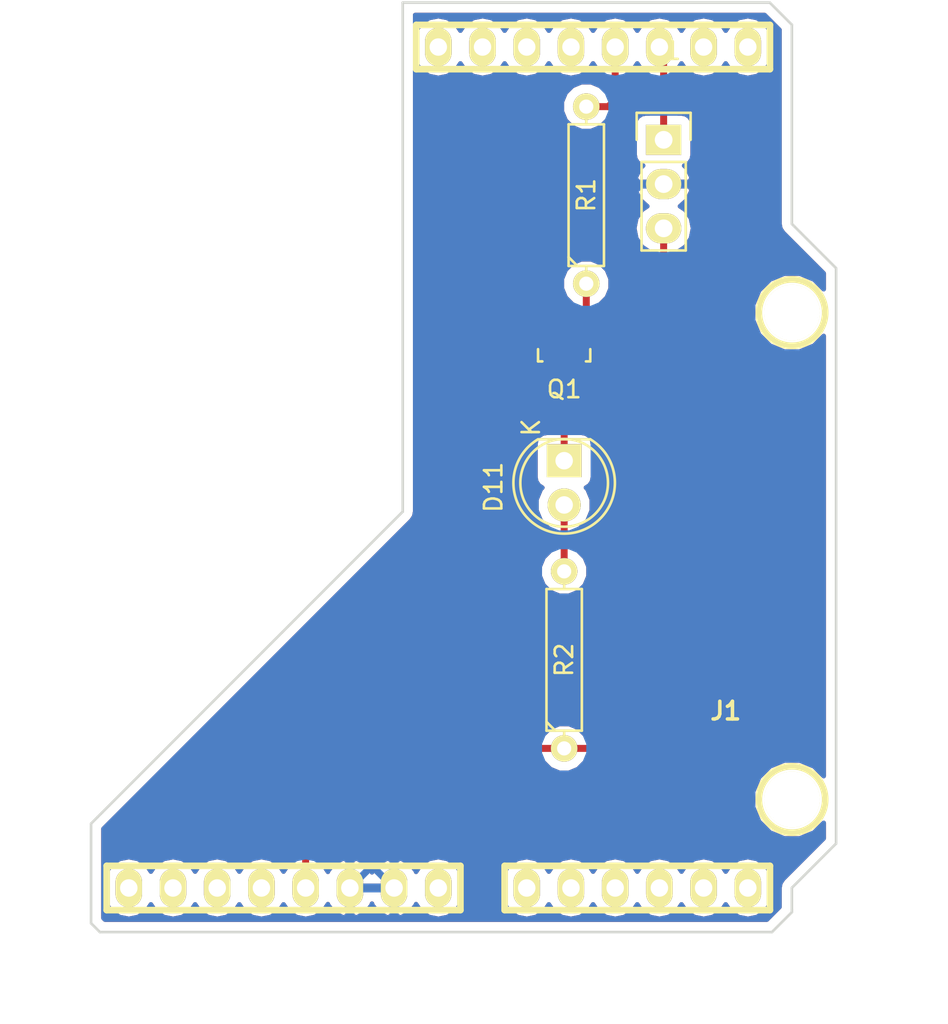
<source format=kicad_pcb>
(kicad_pcb (version 4) (host pcbnew 4.0.2-stable)

  (general
    (links 10)
    (no_connects 0)
    (area 187.452 92.380999 245.744 153.068001)
    (thickness 1.6)
    (drawings 19)
    (tracks 30)
    (zones 0)
    (modules 6)
    (nets 8)
  )

  (page A4)
  (layers
    (0 F.Cu signal)
    (31 B.Cu signal)
    (32 B.Adhes user)
    (33 F.Adhes user)
    (34 B.Paste user)
    (35 F.Paste user)
    (36 B.SilkS user)
    (37 F.SilkS user)
    (38 B.Mask user)
    (39 F.Mask user)
    (40 Dwgs.User user)
    (41 Cmts.User user)
    (42 Eco1.User user)
    (43 Eco2.User user)
    (44 Edge.Cuts user)
    (45 Margin user)
    (46 B.CrtYd user)
    (47 F.CrtYd user)
    (48 B.Fab user)
    (49 F.Fab user)
  )

  (setup
    (last_trace_width 0.4)
    (trace_clearance 0.13)
    (zone_clearance 0.508)
    (zone_45_only no)
    (trace_min 0.1524)
    (segment_width 0.2)
    (edge_width 0.15)
    (via_size 0.6)
    (via_drill 0.4)
    (via_min_size 0.2524)
    (via_min_drill 0.1524)
    (uvia_size 0.3)
    (uvia_drill 0.2)
    (uvias_allowed no)
    (uvia_min_size 0.2524)
    (uvia_min_drill 0.1524)
    (pcb_text_width 0.3)
    (pcb_text_size 1.5 1.5)
    (mod_edge_width 0.15)
    (mod_text_size 1 1)
    (mod_text_width 0.15)
    (pad_size 1.524 1.524)
    (pad_drill 0.762)
    (pad_to_mask_clearance 0.2)
    (aux_axis_origin 0 0)
    (visible_elements FFFFFF7F)
    (pcbplotparams
      (layerselection 0x010f0_80000001)
      (usegerberextensions true)
      (excludeedgelayer true)
      (linewidth 0.100000)
      (plotframeref false)
      (viasonmask false)
      (mode 1)
      (useauxorigin false)
      (hpglpennumber 1)
      (hpglpenspeed 20)
      (hpglpendiameter 15)
      (hpglpenoverlay 2)
      (psnegative false)
      (psa4output false)
      (plotreference true)
      (plotvalue true)
      (plotinvisibletext false)
      (padsonsilk false)
      (subtractmaskfromsilk false)
      (outputformat 1)
      (mirror false)
      (drillshape 0)
      (scaleselection 1)
      (outputdirectory Gerber/))
  )

  (net 0 "")
  (net 1 "Net-(D1-Pad1)")
  (net 2 "Net-(D1-Pad2)")
  (net 3 +5V)
  (net 4 GND)
  (net 5 "Net-(J1-Pad17)")
  (net 6 /IR_Send)
  (net 7 "Net-(Q1-Pad1)")

  (net_class Default "This is the default net class."
    (clearance 0.13)
    (trace_width 0.4)
    (via_dia 0.6)
    (via_drill 0.4)
    (uvia_dia 0.3)
    (uvia_drill 0.2)
    (add_net +5V)
    (add_net /IR_Send)
    (add_net GND)
    (add_net "Net-(D1-Pad1)")
    (add_net "Net-(D1-Pad2)")
    (add_net "Net-(J1-Pad17)")
    (add_net "Net-(Q1-Pad1)")
  )

  (module w_conn_misc:arduino_header (layer F.Cu) (tedit 574F1E81) (tstamp 574F0188)
    (at 199.780501 119.135501)
    (descr "Arduino Header")
    (tags Arduino)
    (path /574EFD10)
    (fp_text reference J1 (at 29.21 13.97) (layer F.SilkS)
      (effects (font (size 1.016 1.016) (thickness 0.2032)))
    )
    (fp_text value Arduino_Header (at 30.48 11.43) (layer F.SilkS) hide
      (effects (font (size 1.016 0.889) (thickness 0.2032)))
    )
    (fp_line (start 31.75 25.4) (end 16.51 25.4) (layer F.SilkS) (width 0.381))
    (fp_line (start 16.51 22.86) (end 31.75 22.86) (layer F.SilkS) (width 0.381))
    (fp_circle (center 33.02 -8.89) (end 34.925 -8.89) (layer F.SilkS) (width 0.381))
    (fp_line (start 31.75 -25.4) (end 31.75 -22.86) (layer F.SilkS) (width 0.381))
    (fp_line (start 31.75 -22.86) (end 11.43 -22.86) (layer F.SilkS) (width 0.381))
    (fp_line (start 11.43 -22.86) (end 11.43 -25.4) (layer F.SilkS) (width 0.381))
    (fp_line (start 11.43 -25.4) (end 31.75 -25.4) (layer F.SilkS) (width 0.381))
    (fp_circle (center 33.02 19.05) (end 34.925 19.05) (layer F.SilkS) (width 0.381))
    (fp_line (start -6.35 25.4) (end 13.97 25.4) (layer F.SilkS) (width 0.381))
    (fp_line (start 13.97 22.86) (end -6.35 22.86) (layer F.SilkS) (width 0.381))
    (fp_line (start 31.75 25.4) (end 31.75 22.86) (layer F.SilkS) (width 0.381))
    (fp_line (start 16.51 22.86) (end 16.51 25.4) (layer F.SilkS) (width 0.381))
    (fp_line (start 13.97 22.86) (end 13.97 25.4) (layer F.SilkS) (width 0.381))
    (fp_line (start -6.35 25.4) (end -6.35 22.86) (layer F.SilkS) (width 0.381))
    (pad 1 thru_hole oval (at -5.08 24.13) (size 1.524 2.19964) (drill 1.00076) (layers *.Cu *.Mask F.SilkS))
    (pad 2 thru_hole oval (at -2.54 24.13) (size 1.524 2.19964) (drill 1.00076) (layers *.Cu *.Mask F.SilkS))
    (pad 3 thru_hole oval (at 0 24.13) (size 1.524 2.19964) (drill 1.00076) (layers *.Cu *.Mask F.SilkS))
    (pad 4 thru_hole oval (at 2.54 24.13) (size 1.524 2.19964) (drill 1.00076) (layers *.Cu *.Mask F.SilkS))
    (pad 5 thru_hole oval (at 5.08 24.13) (size 1.524 2.19964) (drill 1.00076) (layers *.Cu *.Mask F.SilkS)
      (net 3 +5V))
    (pad 6 thru_hole oval (at 7.62 24.13) (size 1.524 2.19964) (drill 1.00076) (layers *.Cu *.Mask F.SilkS)
      (net 4 GND))
    (pad 7 thru_hole oval (at 10.16 24.13) (size 1.524 2.19964) (drill 1.00076) (layers *.Cu *.Mask F.SilkS)
      (net 4 GND))
    (pad 8 thru_hole oval (at 12.7 24.13) (size 1.524 2.19964) (drill 1.00076) (layers *.Cu *.Mask F.SilkS))
    (pad 9 thru_hole oval (at 17.78 24.13) (size 1.524 2.19964) (drill 1.00076) (layers *.Cu *.Mask F.SilkS))
    (pad 10 thru_hole oval (at 20.32 24.13) (size 1.524 2.19964) (drill 1.00076) (layers *.Cu *.Mask F.SilkS))
    (pad 11 thru_hole oval (at 22.86 24.13) (size 1.524 2.19964) (drill 1.00076) (layers *.Cu *.Mask F.SilkS))
    (pad 12 thru_hole oval (at 25.4 24.13) (size 1.524 2.19964) (drill 1.00076) (layers *.Cu *.Mask F.SilkS))
    (pad 13 thru_hole oval (at 27.94 24.13) (size 1.524 2.19964) (drill 1.00076) (layers *.Cu *.Mask F.SilkS))
    (pad 14 thru_hole oval (at 30.48 24.13) (size 1.524 2.19964) (drill 1.00076) (layers *.Cu *.Mask F.SilkS))
    (pad "" np_thru_hole circle (at 33.02 19.05) (size 3.19786 3.19786) (drill 3.19786) (layers *.Cu *.Mask F.SilkS))
    (pad 15 thru_hole oval (at 30.48 -24.13) (size 1.524 2.1971) (drill 0.99822) (layers *.Cu *.Mask F.SilkS))
    (pad 16 thru_hole oval (at 27.94 -24.13) (size 1.524 2.1971) (drill 0.99822) (layers *.Cu *.Mask F.SilkS))
    (pad 17 thru_hole oval (at 25.4 -24.13) (size 1.524 2.1971) (drill 0.99822) (layers *.Cu *.Mask F.SilkS)
      (net 5 "Net-(J1-Pad17)"))
    (pad 18 thru_hole oval (at 22.86 -24.13) (size 1.524 2.1971) (drill 0.99822) (layers *.Cu *.Mask F.SilkS)
      (net 6 /IR_Send))
    (pad 19 thru_hole oval (at 20.32 -24.13) (size 1.524 2.1971) (drill 0.99822) (layers *.Cu *.Mask F.SilkS))
    (pad 20 thru_hole oval (at 17.78 -24.13) (size 1.524 2.1971) (drill 0.99822) (layers *.Cu *.Mask F.SilkS))
    (pad 21 thru_hole oval (at 15.24 -24.13) (size 1.524 2.1971) (drill 0.99822) (layers *.Cu *.Mask F.SilkS))
    (pad 22 thru_hole oval (at 12.7 -24.13) (size 1.524 2.1971) (drill 0.99822) (layers *.Cu *.Mask F.SilkS))
    (pad "" np_thru_hole circle (at 33.02 -8.89) (size 3.19786 3.19786) (drill 3.19786) (layers *.Cu *.Mask F.SilkS))
    (model walter/conn_misc/arduino_header.wrl
      (at (xyz 0 0 0))
      (scale (xyz 1 1 1))
      (rotate (xyz 0 0 0))
    )
  )

  (module LEDs:LED-5MM (layer F.Cu) (tedit 5570F7EA) (tstamp 574F0160)
    (at 219.71 118.745 270)
    (descr "LED 5mm round vertical")
    (tags "LED 5mm round vertical")
    (path /574E3D31)
    (fp_text reference D11 (at 1.524 4.064 270) (layer F.SilkS)
      (effects (font (size 1 1) (thickness 0.15)))
    )
    (fp_text value LED (at 1.524 -3.937 270) (layer F.Fab)
      (effects (font (size 1 1) (thickness 0.15)))
    )
    (fp_line (start -1.5 -1.55) (end -1.5 1.55) (layer F.CrtYd) (width 0.05))
    (fp_arc (start 1.3 0) (end -1.5 1.55) (angle -302) (layer F.CrtYd) (width 0.05))
    (fp_arc (start 1.27 0) (end -1.23 -1.5) (angle 297.5) (layer F.SilkS) (width 0.15))
    (fp_line (start -1.23 1.5) (end -1.23 -1.5) (layer F.SilkS) (width 0.15))
    (fp_circle (center 1.27 0) (end 0.97 -2.5) (layer F.SilkS) (width 0.15))
    (fp_text user K (at -1.905 1.905 270) (layer F.SilkS)
      (effects (font (size 1 1) (thickness 0.15)))
    )
    (pad 1 thru_hole rect (at 0 0) (size 2 1.9) (drill 1.00076) (layers *.Cu *.Mask F.SilkS)
      (net 1 "Net-(D1-Pad1)"))
    (pad 2 thru_hole circle (at 2.54 0 270) (size 1.9 1.9) (drill 1.00076) (layers *.Cu *.Mask F.SilkS)
      (net 2 "Net-(D1-Pad2)"))
    (model LEDs.3dshapes/LED-5MM.wrl
      (at (xyz 0.05 0 0))
      (scale (xyz 1 1 1))
      (rotate (xyz 0 0 90))
    )
  )

  (module TO_SOT_Packages_SMD:SOT-23 (layer F.Cu) (tedit 553634F8) (tstamp 574F018F)
    (at 219.71 112.395 180)
    (descr "SOT-23, Standard")
    (tags SOT-23)
    (path /574E3E2F)
    (attr smd)
    (fp_text reference Q1 (at 0 -2.25 180) (layer F.SilkS)
      (effects (font (size 1 1) (thickness 0.15)))
    )
    (fp_text value 2N3904 (at 0 2.3 180) (layer F.Fab)
      (effects (font (size 1 1) (thickness 0.15)))
    )
    (fp_line (start -1.65 -1.6) (end 1.65 -1.6) (layer F.CrtYd) (width 0.05))
    (fp_line (start 1.65 -1.6) (end 1.65 1.6) (layer F.CrtYd) (width 0.05))
    (fp_line (start 1.65 1.6) (end -1.65 1.6) (layer F.CrtYd) (width 0.05))
    (fp_line (start -1.65 1.6) (end -1.65 -1.6) (layer F.CrtYd) (width 0.05))
    (fp_line (start 1.29916 -0.65024) (end 1.2509 -0.65024) (layer F.SilkS) (width 0.15))
    (fp_line (start -1.49982 0.0508) (end -1.49982 -0.65024) (layer F.SilkS) (width 0.15))
    (fp_line (start -1.49982 -0.65024) (end -1.2509 -0.65024) (layer F.SilkS) (width 0.15))
    (fp_line (start 1.29916 -0.65024) (end 1.49982 -0.65024) (layer F.SilkS) (width 0.15))
    (fp_line (start 1.49982 -0.65024) (end 1.49982 0.0508) (layer F.SilkS) (width 0.15))
    (pad 1 smd rect (at -0.95 1.00076 180) (size 0.8001 0.8001) (layers F.Cu F.Paste F.Mask)
      (net 7 "Net-(Q1-Pad1)"))
    (pad 2 smd rect (at 0.95 1.00076 180) (size 0.8001 0.8001) (layers F.Cu F.Paste F.Mask)
      (net 4 GND))
    (pad 3 smd rect (at 0 -0.99822 180) (size 0.8001 0.8001) (layers F.Cu F.Paste F.Mask)
      (net 1 "Net-(D1-Pad1)"))
    (model TO_SOT_Packages_SMD.3dshapes/SOT-23.wrl
      (at (xyz 0 0 0))
      (scale (xyz 1 1 1))
      (rotate (xyz 0 0 0))
    )
  )

  (module Discret:R4 (layer F.Cu) (tedit 0) (tstamp 574F0195)
    (at 220.98 103.505 90)
    (descr "Resitance 4 pas")
    (tags R)
    (path /574E3FDA)
    (fp_text reference R1 (at 0 0 90) (layer F.SilkS)
      (effects (font (size 1 1) (thickness 0.15)))
    )
    (fp_text value 2.2K (at 0 0 90) (layer F.Fab)
      (effects (font (size 1 1) (thickness 0.15)))
    )
    (fp_line (start -5.08 0) (end -4.064 0) (layer F.SilkS) (width 0.15))
    (fp_line (start -4.064 0) (end -4.064 -1.016) (layer F.SilkS) (width 0.15))
    (fp_line (start -4.064 -1.016) (end 4.064 -1.016) (layer F.SilkS) (width 0.15))
    (fp_line (start 4.064 -1.016) (end 4.064 1.016) (layer F.SilkS) (width 0.15))
    (fp_line (start 4.064 1.016) (end -4.064 1.016) (layer F.SilkS) (width 0.15))
    (fp_line (start -4.064 1.016) (end -4.064 0) (layer F.SilkS) (width 0.15))
    (fp_line (start -4.064 -0.508) (end -3.556 -1.016) (layer F.SilkS) (width 0.15))
    (fp_line (start 5.08 0) (end 4.064 0) (layer F.SilkS) (width 0.15))
    (pad 1 thru_hole circle (at -5.08 0 90) (size 1.524 1.524) (drill 0.8128) (layers *.Cu *.Mask F.SilkS)
      (net 7 "Net-(Q1-Pad1)"))
    (pad 2 thru_hole circle (at 5.08 0 90) (size 1.524 1.524) (drill 0.8128) (layers *.Cu *.Mask F.SilkS)
      (net 6 /IR_Send))
    (model Discret.3dshapes/R4.wrl
      (at (xyz 0 0 0))
      (scale (xyz 0.4 0.4 0.4))
      (rotate (xyz 0 0 0))
    )
  )

  (module Discret:R4 (layer F.Cu) (tedit 0) (tstamp 574F019B)
    (at 219.71 130.175 90)
    (descr "Resitance 4 pas")
    (tags R)
    (path /574E3F5E)
    (fp_text reference R2 (at 0 0 90) (layer F.SilkS)
      (effects (font (size 1 1) (thickness 0.15)))
    )
    (fp_text value 70R (at 0 0 90) (layer F.Fab)
      (effects (font (size 1 1) (thickness 0.15)))
    )
    (fp_line (start -5.08 0) (end -4.064 0) (layer F.SilkS) (width 0.15))
    (fp_line (start -4.064 0) (end -4.064 -1.016) (layer F.SilkS) (width 0.15))
    (fp_line (start -4.064 -1.016) (end 4.064 -1.016) (layer F.SilkS) (width 0.15))
    (fp_line (start 4.064 -1.016) (end 4.064 1.016) (layer F.SilkS) (width 0.15))
    (fp_line (start 4.064 1.016) (end -4.064 1.016) (layer F.SilkS) (width 0.15))
    (fp_line (start -4.064 1.016) (end -4.064 0) (layer F.SilkS) (width 0.15))
    (fp_line (start -4.064 -0.508) (end -3.556 -1.016) (layer F.SilkS) (width 0.15))
    (fp_line (start 5.08 0) (end 4.064 0) (layer F.SilkS) (width 0.15))
    (pad 1 thru_hole circle (at -5.08 0 90) (size 1.524 1.524) (drill 0.8128) (layers *.Cu *.Mask F.SilkS)
      (net 3 +5V))
    (pad 2 thru_hole circle (at 5.08 0 90) (size 1.524 1.524) (drill 0.8128) (layers *.Cu *.Mask F.SilkS)
      (net 2 "Net-(D1-Pad2)"))
    (model Discret.3dshapes/R4.wrl
      (at (xyz 0 0 0))
      (scale (xyz 0.4 0.4 0.4))
      (rotate (xyz 0 0 0))
    )
  )

  (module Pin_Headers:Pin_Header_Straight_1x03 (layer F.Cu) (tedit 0) (tstamp 574F01A2)
    (at 225.425 100.33)
    (descr "Through hole pin header")
    (tags "pin header")
    (path /574EFB9C)
    (fp_text reference U1 (at 0 -5.1) (layer F.SilkS)
      (effects (font (size 1 1) (thickness 0.15)))
    )
    (fp_text value IR_Receiver (at 0 -3.1) (layer F.Fab)
      (effects (font (size 1 1) (thickness 0.15)))
    )
    (fp_line (start -1.75 -1.75) (end -1.75 6.85) (layer F.CrtYd) (width 0.05))
    (fp_line (start 1.75 -1.75) (end 1.75 6.85) (layer F.CrtYd) (width 0.05))
    (fp_line (start -1.75 -1.75) (end 1.75 -1.75) (layer F.CrtYd) (width 0.05))
    (fp_line (start -1.75 6.85) (end 1.75 6.85) (layer F.CrtYd) (width 0.05))
    (fp_line (start -1.27 1.27) (end -1.27 6.35) (layer F.SilkS) (width 0.15))
    (fp_line (start -1.27 6.35) (end 1.27 6.35) (layer F.SilkS) (width 0.15))
    (fp_line (start 1.27 6.35) (end 1.27 1.27) (layer F.SilkS) (width 0.15))
    (fp_line (start 1.55 -1.55) (end 1.55 0) (layer F.SilkS) (width 0.15))
    (fp_line (start 1.27 1.27) (end -1.27 1.27) (layer F.SilkS) (width 0.15))
    (fp_line (start -1.55 0) (end -1.55 -1.55) (layer F.SilkS) (width 0.15))
    (fp_line (start -1.55 -1.55) (end 1.55 -1.55) (layer F.SilkS) (width 0.15))
    (pad 1 thru_hole rect (at 0 0) (size 2.032 1.7272) (drill 1.016) (layers *.Cu *.Mask F.SilkS)
      (net 5 "Net-(J1-Pad17)"))
    (pad 2 thru_hole oval (at 0 2.54) (size 2.032 1.7272) (drill 1.016) (layers *.Cu *.Mask F.SilkS)
      (net 4 GND))
    (pad 3 thru_hole oval (at 0 5.08) (size 2.032 1.7272) (drill 1.016) (layers *.Cu *.Mask F.SilkS)
      (net 3 +5V))
    (model Pin_Headers.3dshapes/Pin_Header_Straight_1x03.wrl
      (at (xyz 0 -0.1 0))
      (scale (xyz 1 1 1))
      (rotate (xyz 0 0 90))
    )
  )

  (gr_line (start 232.791 144.653) (end 231.648 145.796) (angle 90) (layer Edge.Cuts) (width 0.15))
  (gr_line (start 232.791 144.526) (end 232.791 144.653) (angle 90) (layer Edge.Cuts) (width 0.15))
  (gr_line (start 193.04 145.796) (end 192.532 145.288) (angle 90) (layer Edge.Cuts) (width 0.15))
  (gr_line (start 192.532 139.573) (end 192.532 145.288) (angle 90) (layer Edge.Cuts) (width 0.15))
  (gr_line (start 192.913 139.192) (end 192.532 139.573) (angle 90) (layer Edge.Cuts) (width 0.15))
  (gr_line (start 193.167 138.938) (end 192.913 139.192) (angle 90) (layer Edge.Cuts) (width 0.15))
  (gr_line (start 210.439 121.666) (end 193.167 138.938) (angle 90) (layer Edge.Cuts) (width 0.15))
  (gr_line (start 210.439 92.456) (end 210.439 121.666) (angle 90) (layer Edge.Cuts) (width 0.15))
  (gr_line (start 231.521 92.456) (end 210.439 92.456) (angle 90) (layer Edge.Cuts) (width 0.15))
  (gr_line (start 232.791 93.726) (end 231.521 92.456) (angle 90) (layer Edge.Cuts) (width 0.15))
  (gr_line (start 232.791 105.156) (end 232.791 93.726) (angle 90) (layer Edge.Cuts) (width 0.15))
  (gr_line (start 232.918 105.283) (end 232.791 105.156) (angle 90) (layer Edge.Cuts) (width 0.15))
  (gr_line (start 235.331 107.696) (end 232.918 105.283) (angle 90) (layer Edge.Cuts) (width 0.15))
  (gr_line (start 235.331 140.716) (end 235.331 107.696) (angle 90) (layer Edge.Cuts) (width 0.15))
  (gr_line (start 232.791 143.256) (end 235.331 140.716) (angle 90) (layer Edge.Cuts) (width 0.15))
  (gr_line (start 232.791 144.526) (end 232.791 143.256) (angle 90) (layer Edge.Cuts) (width 0.15))
  (gr_line (start 193.04 145.796) (end 231.648 145.796) (angle 90) (layer Edge.Cuts) (width 0.15))
  (dimension 50.292 (width 0.3) (layer Eco2.User)
    (gr_text "50.292 mm" (at 212.598 151.718) (layer Eco2.User)
      (effects (font (size 1.5 1.5) (thickness 0.3)))
    )
    (feature1 (pts (xy 187.452 145.796) (xy 187.452 153.068)))
    (feature2 (pts (xy 237.744 145.796) (xy 237.744 153.068)))
    (crossbar (pts (xy 237.744 150.368) (xy 187.452 150.368)))
    (arrow1a (pts (xy 187.452 150.368) (xy 188.578504 149.781579)))
    (arrow1b (pts (xy 187.452 150.368) (xy 188.578504 150.954421)))
    (arrow2a (pts (xy 237.744 150.368) (xy 236.617496 149.781579)))
    (arrow2b (pts (xy 237.744 150.368) (xy 236.617496 150.954421)))
  )
  (dimension 53.34 (width 0.3) (layer Eco2.User)
    (gr_text "53.340 mm" (at 239.094 119.126 90) (layer Eco2.User)
      (effects (font (size 1.5 1.5) (thickness 0.3)))
    )
    (feature1 (pts (xy 235.712 92.456) (xy 240.444 92.456)))
    (feature2 (pts (xy 235.712 145.796) (xy 240.444 145.796)))
    (crossbar (pts (xy 237.744 145.796) (xy 237.744 92.456)))
    (arrow1a (pts (xy 237.744 92.456) (xy 238.330421 93.582504)))
    (arrow1b (pts (xy 237.744 92.456) (xy 237.157579 93.582504)))
    (arrow2a (pts (xy 237.744 145.796) (xy 238.330421 144.669496)))
    (arrow2b (pts (xy 237.744 145.796) (xy 237.157579 144.669496)))
  )

  (segment (start 219.71 118.745) (end 219.71 113.39322) (width 0.4) (layer F.Cu) (net 1))
  (segment (start 219.71 125.095) (end 219.71 121.285) (width 0.4) (layer F.Cu) (net 2))
  (segment (start 219.71 135.255) (end 222.885 135.255) (width 0.4) (layer F.Cu) (net 3))
  (segment (start 225.425 132.715) (end 225.425 105.41) (width 0.4) (layer F.Cu) (net 3) (tstamp 574F1CAF))
  (segment (start 222.885 135.255) (end 225.425 132.715) (width 0.4) (layer F.Cu) (net 3) (tstamp 574F1CAB))
  (segment (start 204.860501 143.265501) (end 204.860501 138.674499) (width 0.4) (layer F.Cu) (net 3))
  (segment (start 208.28 135.255) (end 219.71 135.255) (width 0.4) (layer F.Cu) (net 3) (tstamp 574F1C8F))
  (segment (start 204.860501 138.674499) (end 208.28 135.255) (width 0.4) (layer F.Cu) (net 3) (tstamp 574F1C8D))
  (segment (start 207.400501 143.265501) (end 209.940501 143.265501) (width 0.4) (layer F.Cu) (net 4))
  (segment (start 218.76 111.39424) (end 218.76 104.455) (width 0.4) (layer F.Cu) (net 4))
  (segment (start 220.345 102.87) (end 225.425 102.87) (width 0.4) (layer F.Cu) (net 4) (tstamp 574F1CE6))
  (segment (start 218.76 104.455) (end 220.345 102.87) (width 0.4) (layer F.Cu) (net 4) (tstamp 574F1CE4))
  (segment (start 208.915 141.751002) (end 208.915 142.24) (width 0.4) (layer B.Cu) (net 4))
  (segment (start 208.915 142.24) (end 209.940501 143.265501) (width 0.4) (layer B.Cu) (net 4) (tstamp 574F1CDF))
  (segment (start 225.425 102.87) (end 224.155 102.87) (width 0.4) (layer B.Cu) (net 4))
  (segment (start 208.915 141.751002) (end 208.915 141.751002) (width 0.4) (layer B.Cu) (net 4) (tstamp 574F1CD7))
  (segment (start 208.915 141.751002) (end 207.400501 143.265501) (width 0.4) (layer B.Cu) (net 4) (tstamp 574F1CDD))
  (segment (start 208.915 140.97) (end 208.915 141.751002) (width 0.4) (layer B.Cu) (net 4) (tstamp 574F1CD4))
  (segment (start 210.185 139.7) (end 208.915 140.97) (width 0.4) (layer B.Cu) (net 4) (tstamp 574F1CD1))
  (segment (start 219.075 139.7) (end 210.185 139.7) (width 0.4) (layer B.Cu) (net 4) (tstamp 574F1CCF))
  (segment (start 223.52 135.255) (end 219.075 139.7) (width 0.4) (layer B.Cu) (net 4) (tstamp 574F1CCC))
  (segment (start 223.52 103.505) (end 223.52 135.255) (width 0.4) (layer B.Cu) (net 4) (tstamp 574F1CC9))
  (segment (start 224.155 102.87) (end 223.52 103.505) (width 0.4) (layer B.Cu) (net 4) (tstamp 574F1CC6))
  (segment (start 225.425 100.33) (end 225.425 95.25) (width 0.4) (layer F.Cu) (net 5))
  (segment (start 225.425 95.25) (end 225.180501 95.005501) (width 0.4) (layer F.Cu) (net 5) (tstamp 574F1CB4))
  (segment (start 220.98 98.425) (end 222.25 98.425) (width 0.4) (layer F.Cu) (net 6))
  (segment (start 222.640501 98.034499) (end 222.640501 95.005501) (width 0.4) (layer F.Cu) (net 6) (tstamp 574F1CB8))
  (segment (start 222.25 98.425) (end 222.640501 98.034499) (width 0.4) (layer F.Cu) (net 6) (tstamp 574F1CB7))
  (segment (start 220.98 108.585) (end 220.98 111.07424) (width 0.4) (layer F.Cu) (net 7))
  (segment (start 220.98 111.07424) (end 220.66 111.39424) (width 0.4) (layer F.Cu) (net 7) (tstamp 574F1CA5))

  (zone (net 4) (net_name GND) (layer F.Cu) (tstamp 574F1CF7) (hatch edge 0.508)
    (connect_pads (clearance 0.508))
    (min_thickness 0.254)
    (fill yes (arc_segments 16) (thermal_gap 0.508) (thermal_bridge_width 0.508))
    (polygon
      (pts
        (xy 232.41 93.98) (xy 232.41 105.41) (xy 234.95 107.95) (xy 234.95 140.335) (xy 232.41 142.875)
        (xy 232.41 144.78) (xy 231.775 145.415) (xy 193.04 145.415) (xy 193.04 139.7) (xy 210.82 121.92)
        (xy 210.82 92.71) (xy 231.14 92.71) (xy 232.41 93.98)
      )
    )
    (filled_polygon
      (pts
        (xy 232.081 94.020092) (xy 232.081 105.156) (xy 232.135046 105.427705) (xy 232.288954 105.658046) (xy 234.621 107.990092)
        (xy 234.621 108.907166) (xy 234.067573 108.352772) (xy 233.246807 108.01196) (xy 232.358094 108.011184) (xy 231.536735 108.350563)
        (xy 230.907772 108.978429) (xy 230.56696 109.799195) (xy 230.566184 110.687908) (xy 230.905563 111.509267) (xy 231.533429 112.13823)
        (xy 232.354195 112.479042) (xy 233.242908 112.479818) (xy 234.064267 112.140439) (xy 234.621 111.584677) (xy 234.621 136.847166)
        (xy 234.067573 136.292772) (xy 233.246807 135.95196) (xy 232.358094 135.951184) (xy 231.536735 136.290563) (xy 230.907772 136.918429)
        (xy 230.56696 137.739195) (xy 230.566184 138.627908) (xy 230.905563 139.449267) (xy 231.533429 140.07823) (xy 232.354195 140.419042)
        (xy 233.242908 140.419818) (xy 234.064267 140.080439) (xy 234.621 139.524677) (xy 234.621 140.421909) (xy 232.288954 142.753954)
        (xy 232.135046 142.984295) (xy 232.081 143.256) (xy 232.081 144.358908) (xy 231.353908 145.086) (xy 193.334091 145.086)
        (xy 193.242 144.993908) (xy 193.242 142.893694) (xy 193.303501 142.893694) (xy 193.303501 143.637308) (xy 193.409841 144.171917)
        (xy 193.712673 144.625136) (xy 194.165892 144.927968) (xy 194.700501 145.034308) (xy 195.23511 144.927968) (xy 195.688329 144.625136)
        (xy 195.970501 144.202837) (xy 196.252673 144.625136) (xy 196.705892 144.927968) (xy 197.240501 145.034308) (xy 197.77511 144.927968)
        (xy 198.228329 144.625136) (xy 198.510501 144.202837) (xy 198.792673 144.625136) (xy 199.245892 144.927968) (xy 199.780501 145.034308)
        (xy 200.31511 144.927968) (xy 200.768329 144.625136) (xy 201.050501 144.202837) (xy 201.332673 144.625136) (xy 201.785892 144.927968)
        (xy 202.320501 145.034308) (xy 202.85511 144.927968) (xy 203.308329 144.625136) (xy 203.590501 144.202837) (xy 203.872673 144.625136)
        (xy 204.325892 144.927968) (xy 204.860501 145.034308) (xy 205.39511 144.927968) (xy 205.848329 144.625136) (xy 206.139148 144.189895)
        (xy 206.158442 144.255262) (xy 206.502475 144.680951) (xy 206.983224 144.942581) (xy 207.057431 144.957541) (xy 207.273501 144.835041)
        (xy 207.273501 143.392501) (xy 207.527501 143.392501) (xy 207.527501 144.835041) (xy 207.743571 144.957541) (xy 207.817778 144.942581)
        (xy 208.298527 144.680951) (xy 208.64256 144.255262) (xy 208.670501 144.160598) (xy 208.698442 144.255262) (xy 209.042475 144.680951)
        (xy 209.523224 144.942581) (xy 209.597431 144.957541) (xy 209.813501 144.835041) (xy 209.813501 143.392501) (xy 207.527501 143.392501)
        (xy 207.273501 143.392501) (xy 207.253501 143.392501) (xy 207.253501 143.138501) (xy 207.273501 143.138501) (xy 207.273501 141.695961)
        (xy 207.527501 141.695961) (xy 207.527501 143.138501) (xy 209.813501 143.138501) (xy 209.813501 141.695961) (xy 210.067501 141.695961)
        (xy 210.067501 143.138501) (xy 210.087501 143.138501) (xy 210.087501 143.392501) (xy 210.067501 143.392501) (xy 210.067501 144.835041)
        (xy 210.283571 144.957541) (xy 210.357778 144.942581) (xy 210.838527 144.680951) (xy 211.18256 144.255262) (xy 211.201854 144.189895)
        (xy 211.492673 144.625136) (xy 211.945892 144.927968) (xy 212.480501 145.034308) (xy 213.01511 144.927968) (xy 213.468329 144.625136)
        (xy 213.771161 144.171917) (xy 213.877501 143.637308) (xy 213.877501 142.893694) (xy 216.163501 142.893694) (xy 216.163501 143.637308)
        (xy 216.269841 144.171917) (xy 216.572673 144.625136) (xy 217.025892 144.927968) (xy 217.560501 145.034308) (xy 218.09511 144.927968)
        (xy 218.548329 144.625136) (xy 218.830501 144.202837) (xy 219.112673 144.625136) (xy 219.565892 144.927968) (xy 220.100501 145.034308)
        (xy 220.63511 144.927968) (xy 221.088329 144.625136) (xy 221.370501 144.202837) (xy 221.652673 144.625136) (xy 222.105892 144.927968)
        (xy 222.640501 145.034308) (xy 223.17511 144.927968) (xy 223.628329 144.625136) (xy 223.910501 144.202837) (xy 224.192673 144.625136)
        (xy 224.645892 144.927968) (xy 225.180501 145.034308) (xy 225.71511 144.927968) (xy 226.168329 144.625136) (xy 226.450501 144.202837)
        (xy 226.732673 144.625136) (xy 227.185892 144.927968) (xy 227.720501 145.034308) (xy 228.25511 144.927968) (xy 228.708329 144.625136)
        (xy 228.990501 144.202837) (xy 229.272673 144.625136) (xy 229.725892 144.927968) (xy 230.260501 145.034308) (xy 230.79511 144.927968)
        (xy 231.248329 144.625136) (xy 231.551161 144.171917) (xy 231.657501 143.637308) (xy 231.657501 142.893694) (xy 231.551161 142.359085)
        (xy 231.248329 141.905866) (xy 230.79511 141.603034) (xy 230.260501 141.496694) (xy 229.725892 141.603034) (xy 229.272673 141.905866)
        (xy 228.990501 142.328165) (xy 228.708329 141.905866) (xy 228.25511 141.603034) (xy 227.720501 141.496694) (xy 227.185892 141.603034)
        (xy 226.732673 141.905866) (xy 226.450501 142.328165) (xy 226.168329 141.905866) (xy 225.71511 141.603034) (xy 225.180501 141.496694)
        (xy 224.645892 141.603034) (xy 224.192673 141.905866) (xy 223.910501 142.328165) (xy 223.628329 141.905866) (xy 223.17511 141.603034)
        (xy 222.640501 141.496694) (xy 222.105892 141.603034) (xy 221.652673 141.905866) (xy 221.370501 142.328165) (xy 221.088329 141.905866)
        (xy 220.63511 141.603034) (xy 220.100501 141.496694) (xy 219.565892 141.603034) (xy 219.112673 141.905866) (xy 218.830501 142.328165)
        (xy 218.548329 141.905866) (xy 218.09511 141.603034) (xy 217.560501 141.496694) (xy 217.025892 141.603034) (xy 216.572673 141.905866)
        (xy 216.269841 142.359085) (xy 216.163501 142.893694) (xy 213.877501 142.893694) (xy 213.771161 142.359085) (xy 213.468329 141.905866)
        (xy 213.01511 141.603034) (xy 212.480501 141.496694) (xy 211.945892 141.603034) (xy 211.492673 141.905866) (xy 211.201854 142.341107)
        (xy 211.18256 142.27574) (xy 210.838527 141.850051) (xy 210.357778 141.588421) (xy 210.283571 141.573461) (xy 210.067501 141.695961)
        (xy 209.813501 141.695961) (xy 209.597431 141.573461) (xy 209.523224 141.588421) (xy 209.042475 141.850051) (xy 208.698442 142.27574)
        (xy 208.670501 142.370404) (xy 208.64256 142.27574) (xy 208.298527 141.850051) (xy 207.817778 141.588421) (xy 207.743571 141.573461)
        (xy 207.527501 141.695961) (xy 207.273501 141.695961) (xy 207.057431 141.573461) (xy 206.983224 141.588421) (xy 206.502475 141.850051)
        (xy 206.158442 142.27574) (xy 206.139148 142.341107) (xy 205.848329 141.905866) (xy 205.695501 141.803749) (xy 205.695501 139.020367)
        (xy 208.625868 136.09) (xy 218.569609 136.09) (xy 218.91763 136.438629) (xy 219.4309 136.651757) (xy 219.986661 136.652242)
        (xy 220.500303 136.44001) (xy 220.850925 136.09) (xy 222.885 136.09) (xy 223.204541 136.026439) (xy 223.475434 135.845434)
        (xy 226.015434 133.305434) (xy 226.196439 133.034541) (xy 226.26 132.715) (xy 226.26 106.743233) (xy 226.669415 106.46967)
        (xy 226.994271 105.983489) (xy 227.108345 105.41) (xy 226.994271 104.836511) (xy 226.669415 104.35033) (xy 226.359931 104.143539)
        (xy 226.775732 103.772036) (xy 227.029709 103.244791) (xy 227.032358 103.229026) (xy 226.911217 102.997) (xy 225.552 102.997)
        (xy 225.552 103.017) (xy 225.298 103.017) (xy 225.298 102.997) (xy 223.938783 102.997) (xy 223.817642 103.229026)
        (xy 223.820291 103.244791) (xy 224.074268 103.772036) (xy 224.490069 104.143539) (xy 224.180585 104.35033) (xy 223.855729 104.836511)
        (xy 223.741655 105.41) (xy 223.855729 105.983489) (xy 224.180585 106.46967) (xy 224.59 106.743233) (xy 224.59 132.369132)
        (xy 222.539132 134.42) (xy 220.850391 134.42) (xy 220.50237 134.071371) (xy 219.9891 133.858243) (xy 219.433339 133.857758)
        (xy 218.919697 134.06999) (xy 218.569075 134.42) (xy 208.28 134.42) (xy 207.960459 134.483561) (xy 207.689566 134.664566)
        (xy 204.270067 138.084065) (xy 204.089062 138.354958) (xy 204.025501 138.674499) (xy 204.025501 141.803749) (xy 203.872673 141.905866)
        (xy 203.590501 142.328165) (xy 203.308329 141.905866) (xy 202.85511 141.603034) (xy 202.320501 141.496694) (xy 201.785892 141.603034)
        (xy 201.332673 141.905866) (xy 201.050501 142.328165) (xy 200.768329 141.905866) (xy 200.31511 141.603034) (xy 199.780501 141.496694)
        (xy 199.245892 141.603034) (xy 198.792673 141.905866) (xy 198.510501 142.328165) (xy 198.228329 141.905866) (xy 197.77511 141.603034)
        (xy 197.240501 141.496694) (xy 196.705892 141.603034) (xy 196.252673 141.905866) (xy 195.970501 142.328165) (xy 195.688329 141.905866)
        (xy 195.23511 141.603034) (xy 194.700501 141.496694) (xy 194.165892 141.603034) (xy 193.712673 141.905866) (xy 193.409841 142.359085)
        (xy 193.303501 142.893694) (xy 193.242 142.893694) (xy 193.242 139.867092) (xy 210.941046 122.168046) (xy 211.094954 121.937705)
        (xy 211.149001 121.666) (xy 211.149 121.665995) (xy 211.149 117.795) (xy 218.06256 117.795) (xy 218.06256 119.695)
        (xy 218.106838 119.930317) (xy 218.24591 120.146441) (xy 218.45811 120.291431) (xy 218.461192 120.292055) (xy 218.367086 120.385997)
        (xy 218.125276 120.968341) (xy 218.124725 121.598893) (xy 218.365519 122.181657) (xy 218.810997 122.627914) (xy 218.875 122.65449)
        (xy 218.875 123.954609) (xy 218.526371 124.30263) (xy 218.313243 124.8159) (xy 218.312758 125.371661) (xy 218.52499 125.885303)
        (xy 218.91763 126.278629) (xy 219.4309 126.491757) (xy 219.986661 126.492242) (xy 220.500303 126.28001) (xy 220.893629 125.88737)
        (xy 221.106757 125.3741) (xy 221.107242 124.818339) (xy 220.89501 124.304697) (xy 220.545 123.954075) (xy 220.545 122.654957)
        (xy 220.606657 122.629481) (xy 221.052914 122.184003) (xy 221.294724 121.601659) (xy 221.295275 120.971107) (xy 221.054481 120.388343)
        (xy 220.956971 120.290663) (xy 221.161441 120.15909) (xy 221.306431 119.94689) (xy 221.35744 119.695) (xy 221.35744 117.795)
        (xy 221.313162 117.559683) (xy 221.17409 117.343559) (xy 220.96189 117.198569) (xy 220.71 117.14756) (xy 220.545 117.14756)
        (xy 220.545 114.267972) (xy 220.561491 114.25736) (xy 220.706481 114.04516) (xy 220.75749 113.79327) (xy 220.75749 112.99317)
        (xy 220.713212 112.757853) (xy 220.57414 112.541729) (xy 220.427787 112.44173) (xy 221.06005 112.44173) (xy 221.295367 112.397452)
        (xy 221.511491 112.25838) (xy 221.656481 112.04618) (xy 221.70749 111.79429) (xy 221.70749 111.459555) (xy 221.751439 111.393781)
        (xy 221.815 111.07424) (xy 221.815 109.725391) (xy 222.163629 109.37737) (xy 222.376757 108.8641) (xy 222.377242 108.308339)
        (xy 222.16501 107.794697) (xy 221.77237 107.401371) (xy 221.2591 107.188243) (xy 220.703339 107.187758) (xy 220.189697 107.39999)
        (xy 219.796371 107.79263) (xy 219.583243 108.3059) (xy 219.582758 108.861661) (xy 219.79499 109.375303) (xy 220.145 109.725925)
        (xy 220.145 110.368379) (xy 220.024633 110.391028) (xy 219.808509 110.5301) (xy 219.713023 110.669849) (xy 219.698377 110.634491)
        (xy 219.519748 110.455863) (xy 219.286359 110.35919) (xy 219.04575 110.35919) (xy 218.887 110.51794) (xy 218.887 111.26724)
        (xy 218.907 111.26724) (xy 218.907 111.52124) (xy 218.887 111.52124) (xy 218.887 112.27054) (xy 219.033157 112.416697)
        (xy 218.858509 112.52908) (xy 218.713519 112.74128) (xy 218.66251 112.99317) (xy 218.66251 113.79327) (xy 218.706788 114.028587)
        (xy 218.84586 114.244711) (xy 218.875 114.264622) (xy 218.875 117.14756) (xy 218.71 117.14756) (xy 218.474683 117.191838)
        (xy 218.258559 117.33091) (xy 218.113569 117.54311) (xy 218.06256 117.795) (xy 211.149 117.795) (xy 211.149 111.67999)
        (xy 217.72495 111.67999) (xy 217.72495 111.9206) (xy 217.821623 112.153989) (xy 218.000252 112.332617) (xy 218.233641 112.42929)
        (xy 218.47425 112.42929) (xy 218.633 112.27054) (xy 218.633 111.52124) (xy 217.8837 111.52124) (xy 217.72495 111.67999)
        (xy 211.149 111.67999) (xy 211.149 110.86788) (xy 217.72495 110.86788) (xy 217.72495 111.10849) (xy 217.8837 111.26724)
        (xy 218.633 111.26724) (xy 218.633 110.51794) (xy 218.47425 110.35919) (xy 218.233641 110.35919) (xy 218.000252 110.455863)
        (xy 217.821623 110.634491) (xy 217.72495 110.86788) (xy 211.149 110.86788) (xy 211.149 95.7053) (xy 211.189841 95.910622)
        (xy 211.492673 96.363841) (xy 211.945892 96.666673) (xy 212.480501 96.773013) (xy 213.01511 96.666673) (xy 213.468329 96.363841)
        (xy 213.750501 95.941542) (xy 214.032673 96.363841) (xy 214.485892 96.666673) (xy 215.020501 96.773013) (xy 215.55511 96.666673)
        (xy 216.008329 96.363841) (xy 216.290501 95.941542) (xy 216.572673 96.363841) (xy 217.025892 96.666673) (xy 217.560501 96.773013)
        (xy 218.09511 96.666673) (xy 218.548329 96.363841) (xy 218.830501 95.941542) (xy 219.112673 96.363841) (xy 219.565892 96.666673)
        (xy 220.100501 96.773013) (xy 220.63511 96.666673) (xy 221.088329 96.363841) (xy 221.370501 95.941542) (xy 221.652673 96.363841)
        (xy 221.805501 96.465958) (xy 221.805501 97.27456) (xy 221.77237 97.241371) (xy 221.2591 97.028243) (xy 220.703339 97.027758)
        (xy 220.189697 97.23999) (xy 219.796371 97.63263) (xy 219.583243 98.1459) (xy 219.582758 98.701661) (xy 219.79499 99.215303)
        (xy 220.18763 99.608629) (xy 220.7009 99.821757) (xy 221.256661 99.822242) (xy 221.770303 99.61001) (xy 222.120925 99.26)
        (xy 222.25 99.26) (xy 222.569541 99.196439) (xy 222.840434 99.015434) (xy 223.230935 98.624933) (xy 223.364526 98.425)
        (xy 223.41194 98.35404) (xy 223.475501 98.034499) (xy 223.475501 96.465958) (xy 223.628329 96.363841) (xy 223.910501 95.941542)
        (xy 224.192673 96.363841) (xy 224.59 96.629327) (xy 224.59 98.81896) (xy 224.409 98.81896) (xy 224.173683 98.863238)
        (xy 223.957559 99.00231) (xy 223.812569 99.21451) (xy 223.76156 99.4664) (xy 223.76156 101.1936) (xy 223.805838 101.428917)
        (xy 223.94491 101.645041) (xy 224.15711 101.790031) (xy 224.251927 101.809232) (xy 224.074268 101.967964) (xy 223.820291 102.495209)
        (xy 223.817642 102.510974) (xy 223.938783 102.743) (xy 225.298 102.743) (xy 225.298 102.723) (xy 225.552 102.723)
        (xy 225.552 102.743) (xy 226.911217 102.743) (xy 227.032358 102.510974) (xy 227.029709 102.495209) (xy 226.775732 101.967964)
        (xy 226.600155 101.811093) (xy 226.676317 101.796762) (xy 226.892441 101.65769) (xy 227.037431 101.44549) (xy 227.08844 101.1936)
        (xy 227.08844 99.4664) (xy 227.044162 99.231083) (xy 226.90509 99.014959) (xy 226.69289 98.869969) (xy 226.441 98.81896)
        (xy 226.26 98.81896) (xy 226.26 96.226646) (xy 226.450501 95.941542) (xy 226.732673 96.363841) (xy 227.185892 96.666673)
        (xy 227.720501 96.773013) (xy 228.25511 96.666673) (xy 228.708329 96.363841) (xy 228.990501 95.941542) (xy 229.272673 96.363841)
        (xy 229.725892 96.666673) (xy 230.260501 96.773013) (xy 230.79511 96.666673) (xy 231.248329 96.363841) (xy 231.551161 95.910622)
        (xy 231.657501 95.376013) (xy 231.657501 94.634989) (xy 231.551161 94.10038) (xy 231.248329 93.647161) (xy 230.79511 93.344329)
        (xy 230.260501 93.237989) (xy 229.725892 93.344329) (xy 229.272673 93.647161) (xy 228.990501 94.06946) (xy 228.708329 93.647161)
        (xy 228.25511 93.344329) (xy 227.720501 93.237989) (xy 227.185892 93.344329) (xy 226.732673 93.647161) (xy 226.450501 94.06946)
        (xy 226.168329 93.647161) (xy 225.71511 93.344329) (xy 225.180501 93.237989) (xy 224.645892 93.344329) (xy 224.192673 93.647161)
        (xy 223.910501 94.06946) (xy 223.628329 93.647161) (xy 223.17511 93.344329) (xy 222.640501 93.237989) (xy 222.105892 93.344329)
        (xy 221.652673 93.647161) (xy 221.370501 94.06946) (xy 221.088329 93.647161) (xy 220.63511 93.344329) (xy 220.100501 93.237989)
        (xy 219.565892 93.344329) (xy 219.112673 93.647161) (xy 218.830501 94.06946) (xy 218.548329 93.647161) (xy 218.09511 93.344329)
        (xy 217.560501 93.237989) (xy 217.025892 93.344329) (xy 216.572673 93.647161) (xy 216.290501 94.06946) (xy 216.008329 93.647161)
        (xy 215.55511 93.344329) (xy 215.020501 93.237989) (xy 214.485892 93.344329) (xy 214.032673 93.647161) (xy 213.750501 94.06946)
        (xy 213.468329 93.647161) (xy 213.01511 93.344329) (xy 212.480501 93.237989) (xy 211.945892 93.344329) (xy 211.492673 93.647161)
        (xy 211.189841 94.10038) (xy 211.149 94.305702) (xy 211.149 93.166) (xy 231.226908 93.166)
      )
    )
  )
  (zone (net 4) (net_name GND) (layer B.Cu) (tstamp 574F1D17) (hatch edge 0.508)
    (connect_pads (clearance 0.508))
    (min_thickness 0.254)
    (fill yes (arc_segments 16) (thermal_gap 0.508) (thermal_bridge_width 0.508))
    (polygon
      (pts
        (xy 210.82 92.71) (xy 231.14 92.71) (xy 232.41 93.98) (xy 232.41 105.41) (xy 234.95 107.95)
        (xy 234.95 140.335) (xy 232.41 142.875) (xy 232.41 144.78) (xy 231.775 145.415) (xy 193.04 145.415)
        (xy 193.04 139.7) (xy 210.82 121.92)
      )
    )
    (filled_polygon
      (pts
        (xy 232.081 94.020092) (xy 232.081 105.156) (xy 232.135046 105.427705) (xy 232.288954 105.658046) (xy 234.621 107.990092)
        (xy 234.621 108.907166) (xy 234.067573 108.352772) (xy 233.246807 108.01196) (xy 232.358094 108.011184) (xy 231.536735 108.350563)
        (xy 230.907772 108.978429) (xy 230.56696 109.799195) (xy 230.566184 110.687908) (xy 230.905563 111.509267) (xy 231.533429 112.13823)
        (xy 232.354195 112.479042) (xy 233.242908 112.479818) (xy 234.064267 112.140439) (xy 234.621 111.584677) (xy 234.621 136.847166)
        (xy 234.067573 136.292772) (xy 233.246807 135.95196) (xy 232.358094 135.951184) (xy 231.536735 136.290563) (xy 230.907772 136.918429)
        (xy 230.56696 137.739195) (xy 230.566184 138.627908) (xy 230.905563 139.449267) (xy 231.533429 140.07823) (xy 232.354195 140.419042)
        (xy 233.242908 140.419818) (xy 234.064267 140.080439) (xy 234.621 139.524677) (xy 234.621 140.421909) (xy 232.288954 142.753954)
        (xy 232.135046 142.984295) (xy 232.081 143.256) (xy 232.081 144.358908) (xy 231.353908 145.086) (xy 193.334091 145.086)
        (xy 193.242 144.993908) (xy 193.242 142.893694) (xy 193.303501 142.893694) (xy 193.303501 143.637308) (xy 193.409841 144.171917)
        (xy 193.712673 144.625136) (xy 194.165892 144.927968) (xy 194.700501 145.034308) (xy 195.23511 144.927968) (xy 195.688329 144.625136)
        (xy 195.970501 144.202837) (xy 196.252673 144.625136) (xy 196.705892 144.927968) (xy 197.240501 145.034308) (xy 197.77511 144.927968)
        (xy 198.228329 144.625136) (xy 198.510501 144.202837) (xy 198.792673 144.625136) (xy 199.245892 144.927968) (xy 199.780501 145.034308)
        (xy 200.31511 144.927968) (xy 200.768329 144.625136) (xy 201.050501 144.202837) (xy 201.332673 144.625136) (xy 201.785892 144.927968)
        (xy 202.320501 145.034308) (xy 202.85511 144.927968) (xy 203.308329 144.625136) (xy 203.590501 144.202837) (xy 203.872673 144.625136)
        (xy 204.325892 144.927968) (xy 204.860501 145.034308) (xy 205.39511 144.927968) (xy 205.848329 144.625136) (xy 206.139148 144.189895)
        (xy 206.158442 144.255262) (xy 206.502475 144.680951) (xy 206.983224 144.942581) (xy 207.057431 144.957541) (xy 207.273501 144.835041)
        (xy 207.273501 143.392501) (xy 207.527501 143.392501) (xy 207.527501 144.835041) (xy 207.743571 144.957541) (xy 207.817778 144.942581)
        (xy 208.298527 144.680951) (xy 208.64256 144.255262) (xy 208.670501 144.160598) (xy 208.698442 144.255262) (xy 209.042475 144.680951)
        (xy 209.523224 144.942581) (xy 209.597431 144.957541) (xy 209.813501 144.835041) (xy 209.813501 143.392501) (xy 207.527501 143.392501)
        (xy 207.273501 143.392501) (xy 207.253501 143.392501) (xy 207.253501 143.138501) (xy 207.273501 143.138501) (xy 207.273501 141.695961)
        (xy 207.527501 141.695961) (xy 207.527501 143.138501) (xy 209.813501 143.138501) (xy 209.813501 141.695961) (xy 210.067501 141.695961)
        (xy 210.067501 143.138501) (xy 210.087501 143.138501) (xy 210.087501 143.392501) (xy 210.067501 143.392501) (xy 210.067501 144.835041)
        (xy 210.283571 144.957541) (xy 210.357778 144.942581) (xy 210.838527 144.680951) (xy 211.18256 144.255262) (xy 211.201854 144.189895)
        (xy 211.492673 144.625136) (xy 211.945892 144.927968) (xy 212.480501 145.034308) (xy 213.01511 144.927968) (xy 213.468329 144.625136)
        (xy 213.771161 144.171917) (xy 213.877501 143.637308) (xy 213.877501 142.893694) (xy 216.163501 142.893694) (xy 216.163501 143.637308)
        (xy 216.269841 144.171917) (xy 216.572673 144.625136) (xy 217.025892 144.927968) (xy 217.560501 145.034308) (xy 218.09511 144.927968)
        (xy 218.548329 144.625136) (xy 218.830501 144.202837) (xy 219.112673 144.625136) (xy 219.565892 144.927968) (xy 220.100501 145.034308)
        (xy 220.63511 144.927968) (xy 221.088329 144.625136) (xy 221.370501 144.202837) (xy 221.652673 144.625136) (xy 222.105892 144.927968)
        (xy 222.640501 145.034308) (xy 223.17511 144.927968) (xy 223.628329 144.625136) (xy 223.910501 144.202837) (xy 224.192673 144.625136)
        (xy 224.645892 144.927968) (xy 225.180501 145.034308) (xy 225.71511 144.927968) (xy 226.168329 144.625136) (xy 226.450501 144.202837)
        (xy 226.732673 144.625136) (xy 227.185892 144.927968) (xy 227.720501 145.034308) (xy 228.25511 144.927968) (xy 228.708329 144.625136)
        (xy 228.990501 144.202837) (xy 229.272673 144.625136) (xy 229.725892 144.927968) (xy 230.260501 145.034308) (xy 230.79511 144.927968)
        (xy 231.248329 144.625136) (xy 231.551161 144.171917) (xy 231.657501 143.637308) (xy 231.657501 142.893694) (xy 231.551161 142.359085)
        (xy 231.248329 141.905866) (xy 230.79511 141.603034) (xy 230.260501 141.496694) (xy 229.725892 141.603034) (xy 229.272673 141.905866)
        (xy 228.990501 142.328165) (xy 228.708329 141.905866) (xy 228.25511 141.603034) (xy 227.720501 141.496694) (xy 227.185892 141.603034)
        (xy 226.732673 141.905866) (xy 226.450501 142.328165) (xy 226.168329 141.905866) (xy 225.71511 141.603034) (xy 225.180501 141.496694)
        (xy 224.645892 141.603034) (xy 224.192673 141.905866) (xy 223.910501 142.328165) (xy 223.628329 141.905866) (xy 223.17511 141.603034)
        (xy 222.640501 141.496694) (xy 222.105892 141.603034) (xy 221.652673 141.905866) (xy 221.370501 142.328165) (xy 221.088329 141.905866)
        (xy 220.63511 141.603034) (xy 220.100501 141.496694) (xy 219.565892 141.603034) (xy 219.112673 141.905866) (xy 218.830501 142.328165)
        (xy 218.548329 141.905866) (xy 218.09511 141.603034) (xy 217.560501 141.496694) (xy 217.025892 141.603034) (xy 216.572673 141.905866)
        (xy 216.269841 142.359085) (xy 216.163501 142.893694) (xy 213.877501 142.893694) (xy 213.771161 142.359085) (xy 213.468329 141.905866)
        (xy 213.01511 141.603034) (xy 212.480501 141.496694) (xy 211.945892 141.603034) (xy 211.492673 141.905866) (xy 211.201854 142.341107)
        (xy 211.18256 142.27574) (xy 210.838527 141.850051) (xy 210.357778 141.588421) (xy 210.283571 141.573461) (xy 210.067501 141.695961)
        (xy 209.813501 141.695961) (xy 209.597431 141.573461) (xy 209.523224 141.588421) (xy 209.042475 141.850051) (xy 208.698442 142.27574)
        (xy 208.670501 142.370404) (xy 208.64256 142.27574) (xy 208.298527 141.850051) (xy 207.817778 141.588421) (xy 207.743571 141.573461)
        (xy 207.527501 141.695961) (xy 207.273501 141.695961) (xy 207.057431 141.573461) (xy 206.983224 141.588421) (xy 206.502475 141.850051)
        (xy 206.158442 142.27574) (xy 206.139148 142.341107) (xy 205.848329 141.905866) (xy 205.39511 141.603034) (xy 204.860501 141.496694)
        (xy 204.325892 141.603034) (xy 203.872673 141.905866) (xy 203.590501 142.328165) (xy 203.308329 141.905866) (xy 202.85511 141.603034)
        (xy 202.320501 141.496694) (xy 201.785892 141.603034) (xy 201.332673 141.905866) (xy 201.050501 142.328165) (xy 200.768329 141.905866)
        (xy 200.31511 141.603034) (xy 199.780501 141.496694) (xy 199.245892 141.603034) (xy 198.792673 141.905866) (xy 198.510501 142.328165)
        (xy 198.228329 141.905866) (xy 197.77511 141.603034) (xy 197.240501 141.496694) (xy 196.705892 141.603034) (xy 196.252673 141.905866)
        (xy 195.970501 142.328165) (xy 195.688329 141.905866) (xy 195.23511 141.603034) (xy 194.700501 141.496694) (xy 194.165892 141.603034)
        (xy 193.712673 141.905866) (xy 193.409841 142.359085) (xy 193.303501 142.893694) (xy 193.242 142.893694) (xy 193.242 139.867092)
        (xy 197.577431 135.531661) (xy 218.312758 135.531661) (xy 218.52499 136.045303) (xy 218.91763 136.438629) (xy 219.4309 136.651757)
        (xy 219.986661 136.652242) (xy 220.500303 136.44001) (xy 220.893629 136.04737) (xy 221.106757 135.5341) (xy 221.107242 134.978339)
        (xy 220.89501 134.464697) (xy 220.50237 134.071371) (xy 219.9891 133.858243) (xy 219.433339 133.857758) (xy 218.919697 134.06999)
        (xy 218.526371 134.46263) (xy 218.313243 134.9759) (xy 218.312758 135.531661) (xy 197.577431 135.531661) (xy 207.737431 125.371661)
        (xy 218.312758 125.371661) (xy 218.52499 125.885303) (xy 218.91763 126.278629) (xy 219.4309 126.491757) (xy 219.986661 126.492242)
        (xy 220.500303 126.28001) (xy 220.893629 125.88737) (xy 221.106757 125.3741) (xy 221.107242 124.818339) (xy 220.89501 124.304697)
        (xy 220.50237 123.911371) (xy 219.9891 123.698243) (xy 219.433339 123.697758) (xy 218.919697 123.90999) (xy 218.526371 124.30263)
        (xy 218.313243 124.8159) (xy 218.312758 125.371661) (xy 207.737431 125.371661) (xy 210.941046 122.168046) (xy 211.094954 121.937705)
        (xy 211.149001 121.666) (xy 211.149 121.665995) (xy 211.149 117.795) (xy 218.06256 117.795) (xy 218.06256 119.695)
        (xy 218.106838 119.930317) (xy 218.24591 120.146441) (xy 218.45811 120.291431) (xy 218.461192 120.292055) (xy 218.367086 120.385997)
        (xy 218.125276 120.968341) (xy 218.124725 121.598893) (xy 218.365519 122.181657) (xy 218.810997 122.627914) (xy 219.393341 122.869724)
        (xy 220.023893 122.870275) (xy 220.606657 122.629481) (xy 221.052914 122.184003) (xy 221.294724 121.601659) (xy 221.295275 120.971107)
        (xy 221.054481 120.388343) (xy 220.956971 120.290663) (xy 221.161441 120.15909) (xy 221.306431 119.94689) (xy 221.35744 119.695)
        (xy 221.35744 117.795) (xy 221.313162 117.559683) (xy 221.17409 117.343559) (xy 220.96189 117.198569) (xy 220.71 117.14756)
        (xy 218.71 117.14756) (xy 218.474683 117.191838) (xy 218.258559 117.33091) (xy 218.113569 117.54311) (xy 218.06256 117.795)
        (xy 211.149 117.795) (xy 211.149 108.861661) (xy 219.582758 108.861661) (xy 219.79499 109.375303) (xy 220.18763 109.768629)
        (xy 220.7009 109.981757) (xy 221.256661 109.982242) (xy 221.770303 109.77001) (xy 222.163629 109.37737) (xy 222.376757 108.8641)
        (xy 222.377242 108.308339) (xy 222.16501 107.794697) (xy 221.77237 107.401371) (xy 221.2591 107.188243) (xy 220.703339 107.187758)
        (xy 220.189697 107.39999) (xy 219.796371 107.79263) (xy 219.583243 108.3059) (xy 219.582758 108.861661) (xy 211.149 108.861661)
        (xy 211.149 105.41) (xy 223.741655 105.41) (xy 223.855729 105.983489) (xy 224.180585 106.46967) (xy 224.666766 106.794526)
        (xy 225.240255 106.9086) (xy 225.609745 106.9086) (xy 226.183234 106.794526) (xy 226.669415 106.46967) (xy 226.994271 105.983489)
        (xy 227.108345 105.41) (xy 226.994271 104.836511) (xy 226.669415 104.35033) (xy 226.359931 104.143539) (xy 226.775732 103.772036)
        (xy 227.029709 103.244791) (xy 227.032358 103.229026) (xy 226.911217 102.997) (xy 225.552 102.997) (xy 225.552 103.017)
        (xy 225.298 103.017) (xy 225.298 102.997) (xy 223.938783 102.997) (xy 223.817642 103.229026) (xy 223.820291 103.244791)
        (xy 224.074268 103.772036) (xy 224.490069 104.143539) (xy 224.180585 104.35033) (xy 223.855729 104.836511) (xy 223.741655 105.41)
        (xy 211.149 105.41) (xy 211.149 98.701661) (xy 219.582758 98.701661) (xy 219.79499 99.215303) (xy 220.18763 99.608629)
        (xy 220.7009 99.821757) (xy 221.256661 99.822242) (xy 221.770303 99.61001) (xy 221.914163 99.4664) (xy 223.76156 99.4664)
        (xy 223.76156 101.1936) (xy 223.805838 101.428917) (xy 223.94491 101.645041) (xy 224.15711 101.790031) (xy 224.251927 101.809232)
        (xy 224.074268 101.967964) (xy 223.820291 102.495209) (xy 223.817642 102.510974) (xy 223.938783 102.743) (xy 225.298 102.743)
        (xy 225.298 102.723) (xy 225.552 102.723) (xy 225.552 102.743) (xy 226.911217 102.743) (xy 227.032358 102.510974)
        (xy 227.029709 102.495209) (xy 226.775732 101.967964) (xy 226.600155 101.811093) (xy 226.676317 101.796762) (xy 226.892441 101.65769)
        (xy 227.037431 101.44549) (xy 227.08844 101.1936) (xy 227.08844 99.4664) (xy 227.044162 99.231083) (xy 226.90509 99.014959)
        (xy 226.69289 98.869969) (xy 226.441 98.81896) (xy 224.409 98.81896) (xy 224.173683 98.863238) (xy 223.957559 99.00231)
        (xy 223.812569 99.21451) (xy 223.76156 99.4664) (xy 221.914163 99.4664) (xy 222.163629 99.21737) (xy 222.376757 98.7041)
        (xy 222.377242 98.148339) (xy 222.16501 97.634697) (xy 221.77237 97.241371) (xy 221.2591 97.028243) (xy 220.703339 97.027758)
        (xy 220.189697 97.23999) (xy 219.796371 97.63263) (xy 219.583243 98.1459) (xy 219.582758 98.701661) (xy 211.149 98.701661)
        (xy 211.149 95.7053) (xy 211.189841 95.910622) (xy 211.492673 96.363841) (xy 211.945892 96.666673) (xy 212.480501 96.773013)
        (xy 213.01511 96.666673) (xy 213.468329 96.363841) (xy 213.750501 95.941542) (xy 214.032673 96.363841) (xy 214.485892 96.666673)
        (xy 215.020501 96.773013) (xy 215.55511 96.666673) (xy 216.008329 96.363841) (xy 216.290501 95.941542) (xy 216.572673 96.363841)
        (xy 217.025892 96.666673) (xy 217.560501 96.773013) (xy 218.09511 96.666673) (xy 218.548329 96.363841) (xy 218.830501 95.941542)
        (xy 219.112673 96.363841) (xy 219.565892 96.666673) (xy 220.100501 96.773013) (xy 220.63511 96.666673) (xy 221.088329 96.363841)
        (xy 221.370501 95.941542) (xy 221.652673 96.363841) (xy 222.105892 96.666673) (xy 222.640501 96.773013) (xy 223.17511 96.666673)
        (xy 223.628329 96.363841) (xy 223.910501 95.941542) (xy 224.192673 96.363841) (xy 224.645892 96.666673) (xy 225.180501 96.773013)
        (xy 225.71511 96.666673) (xy 226.168329 96.363841) (xy 226.450501 95.941542) (xy 226.732673 96.363841) (xy 227.185892 96.666673)
        (xy 227.720501 96.773013) (xy 228.25511 96.666673) (xy 228.708329 96.363841) (xy 228.990501 95.941542) (xy 229.272673 96.363841)
        (xy 229.725892 96.666673) (xy 230.260501 96.773013) (xy 230.79511 96.666673) (xy 231.248329 96.363841) (xy 231.551161 95.910622)
        (xy 231.657501 95.376013) (xy 231.657501 94.634989) (xy 231.551161 94.10038) (xy 231.248329 93.647161) (xy 230.79511 93.344329)
        (xy 230.260501 93.237989) (xy 229.725892 93.344329) (xy 229.272673 93.647161) (xy 228.990501 94.06946) (xy 228.708329 93.647161)
        (xy 228.25511 93.344329) (xy 227.720501 93.237989) (xy 227.185892 93.344329) (xy 226.732673 93.647161) (xy 226.450501 94.06946)
        (xy 226.168329 93.647161) (xy 225.71511 93.344329) (xy 225.180501 93.237989) (xy 224.645892 93.344329) (xy 224.192673 93.647161)
        (xy 223.910501 94.06946) (xy 223.628329 93.647161) (xy 223.17511 93.344329) (xy 222.640501 93.237989) (xy 222.105892 93.344329)
        (xy 221.652673 93.647161) (xy 221.370501 94.06946) (xy 221.088329 93.647161) (xy 220.63511 93.344329) (xy 220.100501 93.237989)
        (xy 219.565892 93.344329) (xy 219.112673 93.647161) (xy 218.830501 94.06946) (xy 218.548329 93.647161) (xy 218.09511 93.344329)
        (xy 217.560501 93.237989) (xy 217.025892 93.344329) (xy 216.572673 93.647161) (xy 216.290501 94.06946) (xy 216.008329 93.647161)
        (xy 215.55511 93.344329) (xy 215.020501 93.237989) (xy 214.485892 93.344329) (xy 214.032673 93.647161) (xy 213.750501 94.06946)
        (xy 213.468329 93.647161) (xy 213.01511 93.344329) (xy 212.480501 93.237989) (xy 211.945892 93.344329) (xy 211.492673 93.647161)
        (xy 211.189841 94.10038) (xy 211.149 94.305702) (xy 211.149 93.166) (xy 231.226908 93.166)
      )
    )
  )
)

</source>
